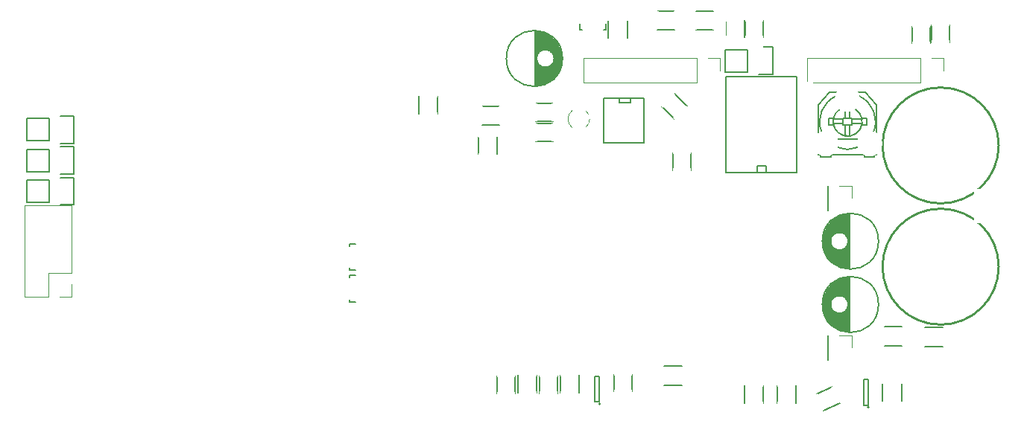
<source format=gto>
G04 #@! TF.FileFunction,Legend,Top*
%FSLAX46Y46*%
G04 Gerber Fmt 4.6, Leading zero omitted, Abs format (unit mm)*
G04 Created by KiCad (PCBNEW 4.0.4-stable) date 01/26/17 16:37:22*
%MOMM*%
%LPD*%
G01*
G04 APERTURE LIST*
%ADD10C,0.100000*%
%ADD11C,0.150000*%
%ADD12C,0.250000*%
%ADD13C,0.120000*%
%ADD14R,1.543000X0.908000*%
%ADD15R,1.300000X2.100000*%
%ADD16C,5.400000*%
%ADD17C,4.400000*%
%ADD18C,1.700000*%
%ADD19R,1.700000X1.700000*%
%ADD20R,2.429460X1.540460*%
%ADD21C,2.899360*%
%ADD22R,2.100000X1.300000*%
%ADD23C,2.900000*%
%ADD24C,6.400000*%
%ADD25R,2.432000X2.432000*%
%ADD26O,2.432000X2.432000*%
%ADD27R,1.400000X2.000000*%
%ADD28R,2.000000X1.400000*%
%ADD29R,1.200100X1.200100*%
%ADD30R,1.460000X1.050000*%
%ADD31R,2.100000X2.100000*%
%ADD32O,2.100000X2.100000*%
%ADD33C,1.400000*%
G04 APERTURE END LIST*
D10*
D11*
X89137000Y28439000D02*
X81136000Y28439000D01*
X81136000Y39361000D02*
X89137000Y39361000D01*
X81136000Y28439000D02*
X81136000Y39361000D01*
X89137000Y39361000D02*
X89137000Y28439000D01*
X84692000Y28439000D02*
X84692000Y29201000D01*
X84692000Y29201000D02*
X85708000Y29201000D01*
X85708000Y29201000D02*
X85708000Y28439000D01*
X73300000Y46815000D02*
X75300000Y46815000D01*
X75300000Y44665000D02*
X73300000Y44665000D01*
X103700000Y10775000D02*
X105700000Y10775000D01*
X105700000Y8625000D02*
X103700000Y8625000D01*
X95175000Y10251000D02*
X95175000Y16549000D01*
X95035000Y10257000D02*
X95035000Y16543000D01*
X94895000Y10270000D02*
X94895000Y12954000D01*
X94895000Y13846000D02*
X94895000Y16530000D01*
X94755000Y10289000D02*
X94755000Y12744000D01*
X94755000Y14056000D02*
X94755000Y16511000D01*
X94615000Y10315000D02*
X94615000Y12611000D01*
X94615000Y14189000D02*
X94615000Y16485000D01*
X94475000Y10347000D02*
X94475000Y12520000D01*
X94475000Y14280000D02*
X94475000Y16453000D01*
X94335000Y10386000D02*
X94335000Y12458000D01*
X94335000Y14342000D02*
X94335000Y16414000D01*
X94195000Y10432000D02*
X94195000Y12419000D01*
X94195000Y14381000D02*
X94195000Y16368000D01*
X94055000Y10485000D02*
X94055000Y12402000D01*
X94055000Y14398000D02*
X94055000Y16315000D01*
X93915000Y10547000D02*
X93915000Y12404000D01*
X93915000Y14396000D02*
X93915000Y16253000D01*
X93775000Y10617000D02*
X93775000Y12426000D01*
X93775000Y14374000D02*
X93775000Y16183000D01*
X93635000Y10696000D02*
X93635000Y12469000D01*
X93635000Y14331000D02*
X93635000Y16104000D01*
X93495000Y10784000D02*
X93495000Y12537000D01*
X93495000Y14263000D02*
X93495000Y16016000D01*
X93355000Y10884000D02*
X93355000Y12636000D01*
X93355000Y14164000D02*
X93355000Y15916000D01*
X93215000Y10996000D02*
X93215000Y12781000D01*
X93215000Y14019000D02*
X93215000Y15804000D01*
X93075000Y11121000D02*
X93075000Y13020000D01*
X93075000Y13780000D02*
X93075000Y15679000D01*
X92935000Y11264000D02*
X92935000Y15536000D01*
X92795000Y11426000D02*
X92795000Y15374000D01*
X92655000Y11614000D02*
X92655000Y15186000D01*
X92515000Y11837000D02*
X92515000Y14963000D01*
X92375000Y12113000D02*
X92375000Y14687000D01*
X92235000Y12488000D02*
X92235000Y14312000D01*
X95000000Y13400000D02*
G75*
G03X95000000Y13400000I-1000000J0D01*
G01*
X98437500Y13400000D02*
G75*
G03X98437500Y13400000I-3187500J0D01*
G01*
X94676000Y34601000D02*
X94676000Y35363000D01*
X95184000Y34601000D02*
X95184000Y35363000D01*
X94676000Y32569000D02*
G75*
G03X96581000Y33966000I254000J1651000D01*
G01*
X93279000Y34093000D02*
G75*
G03X95057000Y32569000I1651000J127000D01*
G01*
X96327000Y33331000D02*
G75*
G03X95819000Y35617000I-1397000J889000D01*
G01*
X94041000Y35617000D02*
G75*
G03X93533000Y33331000I889000J-1397000D01*
G01*
X91628000Y30410000D02*
X91628000Y30537000D01*
X91628000Y34220000D02*
X91628000Y32823000D01*
X98232000Y30410000D02*
X98232000Y30537000D01*
X98232000Y34220000D02*
X98232000Y32823000D01*
X93787000Y31299000D02*
X94168000Y31172000D01*
X94168000Y31172000D02*
X94930000Y31045000D01*
X94930000Y31045000D02*
X95692000Y31172000D01*
X95692000Y31172000D02*
X96073000Y31299000D01*
X93660000Y32188000D02*
X96200000Y32188000D01*
X97851000Y32950000D02*
G75*
G03X96200000Y37141000I-2921000J1270000D01*
G01*
X93660000Y37141000D02*
G75*
G03X92009000Y32950000I1270000J-2921000D01*
G01*
X96962000Y37522000D02*
X96073000Y37522000D01*
X93787000Y37522000D02*
X92898000Y37522000D01*
X96581000Y34601000D02*
X97089000Y34601000D01*
X97089000Y34601000D02*
X97089000Y33839000D01*
X97089000Y33839000D02*
X96581000Y33839000D01*
X93279000Y34601000D02*
X92771000Y34601000D01*
X92771000Y34601000D02*
X92771000Y33839000D01*
X92771000Y33839000D02*
X93279000Y33839000D01*
X95438000Y33966000D02*
X96581000Y33966000D01*
X95438000Y34474000D02*
X96581000Y34474000D01*
X94422000Y33966000D02*
X93279000Y33966000D01*
X94422000Y34474000D02*
X93279000Y34474000D01*
X95184000Y33839000D02*
X95184000Y32569000D01*
X94676000Y33839000D02*
X94676000Y32569000D01*
X94422000Y34601000D02*
X94422000Y33839000D01*
X94422000Y33839000D02*
X95438000Y33839000D01*
X95438000Y33839000D02*
X95438000Y34601000D01*
X95438000Y34601000D02*
X94422000Y34601000D01*
X92898000Y37522000D02*
X91628000Y36125000D01*
X91628000Y36125000D02*
X91628000Y34220000D01*
X96962000Y37522000D02*
X98232000Y36125000D01*
X98232000Y36125000D02*
X98232000Y34220000D01*
X97978000Y30410000D02*
X97978000Y30156000D01*
X97978000Y30156000D02*
X96835000Y30156000D01*
X96835000Y30156000D02*
X96835000Y30410000D01*
X91882000Y30410000D02*
X91882000Y30156000D01*
X91882000Y30156000D02*
X93025000Y30156000D01*
X93025000Y30156000D02*
X93025000Y30410000D01*
X91628000Y30410000D02*
X98232000Y30410000D01*
X83225000Y2200000D02*
X83225000Y4200000D01*
X85375000Y4200000D02*
X85375000Y2200000D01*
D12*
X112100000Y17700000D02*
G75*
G03X112100000Y17700000I-6600000J0D01*
G01*
X112100000Y31500000D02*
G75*
G03X112100000Y31500000I-6600000J0D01*
G01*
D11*
X95175000Y17451000D02*
X95175000Y23749000D01*
X95035000Y17457000D02*
X95035000Y23743000D01*
X94895000Y17470000D02*
X94895000Y20154000D01*
X94895000Y21046000D02*
X94895000Y23730000D01*
X94755000Y17489000D02*
X94755000Y19944000D01*
X94755000Y21256000D02*
X94755000Y23711000D01*
X94615000Y17515000D02*
X94615000Y19811000D01*
X94615000Y21389000D02*
X94615000Y23685000D01*
X94475000Y17547000D02*
X94475000Y19720000D01*
X94475000Y21480000D02*
X94475000Y23653000D01*
X94335000Y17586000D02*
X94335000Y19658000D01*
X94335000Y21542000D02*
X94335000Y23614000D01*
X94195000Y17632000D02*
X94195000Y19619000D01*
X94195000Y21581000D02*
X94195000Y23568000D01*
X94055000Y17685000D02*
X94055000Y19602000D01*
X94055000Y21598000D02*
X94055000Y23515000D01*
X93915000Y17747000D02*
X93915000Y19604000D01*
X93915000Y21596000D02*
X93915000Y23453000D01*
X93775000Y17817000D02*
X93775000Y19626000D01*
X93775000Y21574000D02*
X93775000Y23383000D01*
X93635000Y17896000D02*
X93635000Y19669000D01*
X93635000Y21531000D02*
X93635000Y23304000D01*
X93495000Y17984000D02*
X93495000Y19737000D01*
X93495000Y21463000D02*
X93495000Y23216000D01*
X93355000Y18084000D02*
X93355000Y19836000D01*
X93355000Y21364000D02*
X93355000Y23116000D01*
X93215000Y18196000D02*
X93215000Y19981000D01*
X93215000Y21219000D02*
X93215000Y23004000D01*
X93075000Y18321000D02*
X93075000Y20220000D01*
X93075000Y20980000D02*
X93075000Y22879000D01*
X92935000Y18464000D02*
X92935000Y22736000D01*
X92795000Y18626000D02*
X92795000Y22574000D01*
X92655000Y18814000D02*
X92655000Y22386000D01*
X92515000Y19037000D02*
X92515000Y22163000D01*
X92375000Y19313000D02*
X92375000Y21887000D01*
X92235000Y19688000D02*
X92235000Y21512000D01*
X95000000Y20600000D02*
G75*
G03X95000000Y20600000I-1000000J0D01*
G01*
X98437500Y20600000D02*
G75*
G03X98437500Y20600000I-3187500J0D01*
G01*
X59425000Y44549000D02*
X59425000Y38251000D01*
X59565000Y44543000D02*
X59565000Y38257000D01*
X59705000Y44530000D02*
X59705000Y41846000D01*
X59705000Y40954000D02*
X59705000Y38270000D01*
X59845000Y44511000D02*
X59845000Y42056000D01*
X59845000Y40744000D02*
X59845000Y38289000D01*
X59985000Y44485000D02*
X59985000Y42189000D01*
X59985000Y40611000D02*
X59985000Y38315000D01*
X60125000Y44453000D02*
X60125000Y42280000D01*
X60125000Y40520000D02*
X60125000Y38347000D01*
X60265000Y44414000D02*
X60265000Y42342000D01*
X60265000Y40458000D02*
X60265000Y38386000D01*
X60405000Y44368000D02*
X60405000Y42381000D01*
X60405000Y40419000D02*
X60405000Y38432000D01*
X60545000Y44315000D02*
X60545000Y42398000D01*
X60545000Y40402000D02*
X60545000Y38485000D01*
X60685000Y44253000D02*
X60685000Y42396000D01*
X60685000Y40404000D02*
X60685000Y38547000D01*
X60825000Y44183000D02*
X60825000Y42374000D01*
X60825000Y40426000D02*
X60825000Y38617000D01*
X60965000Y44104000D02*
X60965000Y42331000D01*
X60965000Y40469000D02*
X60965000Y38696000D01*
X61105000Y44016000D02*
X61105000Y42263000D01*
X61105000Y40537000D02*
X61105000Y38784000D01*
X61245000Y43916000D02*
X61245000Y42164000D01*
X61245000Y40636000D02*
X61245000Y38884000D01*
X61385000Y43804000D02*
X61385000Y42019000D01*
X61385000Y40781000D02*
X61385000Y38996000D01*
X61525000Y43679000D02*
X61525000Y41780000D01*
X61525000Y41020000D02*
X61525000Y39121000D01*
X61665000Y43536000D02*
X61665000Y39264000D01*
X61805000Y43374000D02*
X61805000Y39426000D01*
X61945000Y43186000D02*
X61945000Y39614000D01*
X62085000Y42963000D02*
X62085000Y39837000D01*
X62225000Y42687000D02*
X62225000Y40113000D01*
X62365000Y42312000D02*
X62365000Y40488000D01*
X61600000Y41400000D02*
G75*
G03X61600000Y41400000I-1000000J0D01*
G01*
X62537500Y41400000D02*
G75*
G03X62537500Y41400000I-3187500J0D01*
G01*
X4230000Y32030000D02*
X1690000Y32030000D01*
X7050000Y31750000D02*
X5500000Y31750000D01*
X4230000Y32030000D02*
X4230000Y34570000D01*
X5500000Y34850000D02*
X7050000Y34850000D01*
X7050000Y34850000D02*
X7050000Y31750000D01*
X4230000Y34570000D02*
X1690000Y34570000D01*
X1690000Y34570000D02*
X1690000Y32030000D01*
X4230000Y28530000D02*
X1690000Y28530000D01*
X7050000Y28250000D02*
X5500000Y28250000D01*
X4230000Y28530000D02*
X4230000Y31070000D01*
X5500000Y31350000D02*
X7050000Y31350000D01*
X7050000Y31350000D02*
X7050000Y28250000D01*
X4230000Y31070000D02*
X1690000Y31070000D01*
X1690000Y31070000D02*
X1690000Y28530000D01*
X4230000Y25030000D02*
X1690000Y25030000D01*
X7050000Y24750000D02*
X5500000Y24750000D01*
X4230000Y25030000D02*
X4230000Y27570000D01*
X5500000Y27850000D02*
X7050000Y27850000D01*
X7050000Y27850000D02*
X7050000Y24750000D01*
X4230000Y27570000D02*
X1690000Y27570000D01*
X1690000Y27570000D02*
X1690000Y25030000D01*
X83600000Y39860000D02*
X81060000Y39860000D01*
X86420000Y39580000D02*
X84870000Y39580000D01*
X83600000Y39860000D02*
X83600000Y42400000D01*
X84870000Y42680000D02*
X86420000Y42680000D01*
X86420000Y42680000D02*
X86420000Y39580000D01*
X83600000Y42400000D02*
X81060000Y42400000D01*
X81060000Y42400000D02*
X81060000Y39860000D01*
X71786000Y36840000D02*
X71786000Y31760000D01*
X71786000Y31760000D02*
X67214000Y31760000D01*
X67214000Y31760000D02*
X67214000Y36840000D01*
X67214000Y36840000D02*
X71786000Y36840000D01*
X70262000Y36840000D02*
X70262000Y36332000D01*
X70262000Y36332000D02*
X68992000Y36332000D01*
X68992000Y36332000D02*
X68992000Y36840000D01*
X59500000Y31975000D02*
X61500000Y31975000D01*
X61500000Y34025000D02*
X59500000Y34025000D01*
X59500000Y34275000D02*
X61500000Y34275000D01*
X61500000Y36325000D02*
X59500000Y36325000D01*
X73807449Y35942982D02*
X75221662Y34528769D01*
X76671231Y35978338D02*
X75257018Y37392551D01*
X83315000Y45780000D02*
X83315000Y43780000D01*
X85365000Y43780000D02*
X85365000Y45780000D01*
X59925000Y5300000D02*
X59925000Y3300000D01*
X61975000Y3300000D02*
X61975000Y5300000D01*
X55125000Y5280000D02*
X55125000Y3280000D01*
X57175000Y3280000D02*
X57175000Y5280000D01*
X68425000Y5480000D02*
X68425000Y3480000D01*
X70475000Y3480000D02*
X70475000Y5480000D01*
X92226876Y1348416D02*
X94039492Y2193653D01*
X93173124Y4051584D02*
X91360508Y3206347D01*
X77125000Y28700000D02*
X77125000Y30700000D01*
X75075000Y30700000D02*
X75075000Y28700000D01*
X106515000Y43270000D02*
X106515000Y45270000D01*
X104465000Y45270000D02*
X104465000Y43270000D01*
X104335000Y43120000D02*
X104335000Y45120000D01*
X102285000Y45120000D02*
X102285000Y43120000D01*
X64690840Y44659760D02*
X64739100Y44659760D01*
X67489820Y45360800D02*
X67489820Y44659760D01*
X67489820Y44659760D02*
X67240900Y44659760D01*
X64690840Y44659760D02*
X64490180Y44659760D01*
X64490180Y44659760D02*
X64490180Y45360800D01*
X55105000Y32500000D02*
X55105000Y30500000D01*
X52955000Y30500000D02*
X52955000Y32500000D01*
X53400000Y35975000D02*
X55400000Y35975000D01*
X55400000Y33825000D02*
X53400000Y33825000D01*
X48375000Y37100000D02*
X48375000Y35100000D01*
X46225000Y35100000D02*
X46225000Y37100000D01*
X76100000Y4225000D02*
X74100000Y4225000D01*
X74100000Y6375000D02*
X76100000Y6375000D01*
X62275000Y3380000D02*
X62275000Y5380000D01*
X64425000Y5380000D02*
X64425000Y3380000D01*
X57475000Y3380000D02*
X57475000Y5380000D01*
X59625000Y5380000D02*
X59625000Y3380000D01*
X79700000Y44635000D02*
X77700000Y44635000D01*
X77700000Y46785000D02*
X79700000Y46785000D01*
X98925000Y2400000D02*
X98925000Y4400000D01*
X101075000Y4400000D02*
X101075000Y2400000D01*
X89075000Y4200000D02*
X89075000Y2200000D01*
X86925000Y2200000D02*
X86925000Y4200000D01*
X101100000Y8725000D02*
X99100000Y8725000D01*
X99100000Y10875000D02*
X101100000Y10875000D01*
X69895000Y45710000D02*
X69895000Y43710000D01*
X67745000Y43710000D02*
X67745000Y45710000D01*
X66850000Y2080000D02*
G75*
G03X66850000Y2080000I-100000J0D01*
G01*
X66200000Y2330000D02*
X66700000Y2330000D01*
X66200000Y5230000D02*
X66200000Y2330000D01*
X66700000Y5230000D02*
X66200000Y5230000D01*
X66700000Y2330000D02*
X66700000Y5230000D01*
X38349760Y16499160D02*
X38349760Y16450900D01*
X39050800Y13700180D02*
X38349760Y13700180D01*
X38349760Y13700180D02*
X38349760Y13949100D01*
X38349760Y16499160D02*
X38349760Y16699820D01*
X38349760Y16699820D02*
X39050800Y16699820D01*
X38349760Y20099160D02*
X38349760Y20050900D01*
X39050800Y17300180D02*
X38349760Y17300180D01*
X38349760Y17300180D02*
X38349760Y17549100D01*
X38349760Y20099160D02*
X38349760Y20299820D01*
X38349760Y20299820D02*
X39050800Y20299820D01*
X97400000Y1700000D02*
G75*
G03X97400000Y1700000I-100000J0D01*
G01*
X96750000Y1950000D02*
X97250000Y1950000D01*
X96750000Y4850000D02*
X96750000Y1950000D01*
X97250000Y4850000D02*
X96750000Y4850000D01*
X97250000Y1950000D02*
X97250000Y4850000D01*
D13*
X6790000Y16950000D02*
X6790000Y24690000D01*
X6790000Y24690000D02*
X1470000Y24690000D01*
X1470000Y24690000D02*
X1470000Y14290000D01*
X1470000Y14290000D02*
X4130000Y14290000D01*
X4130000Y14290000D02*
X4130000Y16950000D01*
X4130000Y16950000D02*
X6790000Y16950000D01*
X6790000Y15680000D02*
X6790000Y14290000D01*
X6790000Y14290000D02*
X5400000Y14290000D01*
X83125000Y43800000D02*
X83125000Y45800000D01*
X81075000Y45800000D02*
X81075000Y43800000D01*
X103180000Y41440000D02*
X90360000Y41440000D01*
X90360000Y41440000D02*
X90360000Y38660000D01*
X90360000Y38660000D02*
X103180000Y38660000D01*
X103180000Y38660000D02*
X103180000Y41440000D01*
X104450000Y41440000D02*
X105840000Y41440000D01*
X105840000Y41440000D02*
X105840000Y40050000D01*
X77780000Y41440000D02*
X64960000Y41440000D01*
X64960000Y41440000D02*
X64960000Y38660000D01*
X64960000Y38660000D02*
X77780000Y38660000D01*
X77780000Y38660000D02*
X77780000Y41440000D01*
X79050000Y41440000D02*
X80440000Y41440000D01*
X80440000Y41440000D02*
X80440000Y40050000D01*
X92730000Y9890000D02*
X92610000Y9890000D01*
X92610000Y9890000D02*
X92610000Y7110000D01*
X92610000Y7110000D02*
X92730000Y7110000D01*
X92730000Y7110000D02*
X92730000Y9890000D01*
X94000000Y9890000D02*
X95390000Y9890000D01*
X95390000Y9890000D02*
X95390000Y8500000D01*
X92730000Y26890000D02*
X92610000Y26890000D01*
X92610000Y26890000D02*
X92610000Y24110000D01*
X92610000Y24110000D02*
X92730000Y24110000D01*
X92730000Y24110000D02*
X92730000Y26890000D01*
X94000000Y26890000D02*
X95390000Y26890000D01*
X95390000Y26890000D02*
X95390000Y25500000D01*
X65181814Y33551139D02*
G75*
G03X65181281Y35450700I-781814J949561D01*
G01*
X63618186Y33551139D02*
G75*
G02X63618719Y35450700I781814J949561D01*
G01*
%LPC*%
D14*
X90280000Y29455000D03*
X90280000Y30725000D03*
X90280000Y31995000D03*
X90280000Y33265000D03*
X90280000Y34535000D03*
X90280000Y35805000D03*
X90280000Y37075000D03*
X90280000Y38345000D03*
X80120000Y38345000D03*
X80120000Y37075000D03*
X80120000Y35805000D03*
X80120000Y34535000D03*
X80120000Y33265000D03*
X80120000Y31995000D03*
X80120000Y30725000D03*
X80120000Y29455000D03*
D15*
X75750000Y45740000D03*
X72850000Y45740000D03*
X106150000Y9700000D03*
X103250000Y9700000D03*
D16*
X88370000Y45060000D03*
D17*
X88370000Y45060000D03*
D18*
X94000000Y13400000D03*
D19*
X96500000Y13400000D03*
D20*
X110500000Y25803960D03*
X110500000Y23396040D03*
D21*
X94930000Y36760000D03*
X97429360Y31720640D03*
X92430640Y31720640D03*
D22*
X84300000Y4650000D03*
X84300000Y1750000D03*
D23*
X104644950Y20049232D03*
X106355050Y15350768D03*
X106556546Y33765769D03*
X104443454Y29234231D03*
D18*
X94000000Y20600000D03*
D19*
X96500000Y20600000D03*
D18*
X60600000Y41400000D03*
D19*
X58100000Y41400000D03*
D24*
X6450000Y3500000D03*
D17*
X6450000Y3500000D03*
D24*
X49450000Y3500000D03*
D17*
X49450000Y3500000D03*
D16*
X104950000Y3000000D03*
D17*
X104950000Y3000000D03*
D24*
X49450000Y44500000D03*
D17*
X49450000Y44500000D03*
D24*
X6450000Y44500000D03*
D17*
X6450000Y44500000D03*
D25*
X5500000Y33300000D03*
D26*
X2960000Y33300000D03*
D25*
X5500000Y29800000D03*
D26*
X2960000Y29800000D03*
D25*
X5500000Y26300000D03*
D26*
X2960000Y26300000D03*
D25*
X84870000Y41130000D03*
D26*
X82330000Y41130000D03*
D14*
X72675000Y36205000D03*
X72675000Y34935000D03*
X72675000Y33665000D03*
X72675000Y32395000D03*
X66325000Y32395000D03*
X66325000Y33665000D03*
X66325000Y34935000D03*
X66325000Y36205000D03*
D27*
X62000000Y33000000D03*
X59000000Y33000000D03*
X62000000Y35300000D03*
X59000000Y35300000D03*
D10*
G36*
X77502082Y35112132D02*
X76087868Y33697918D01*
X75097918Y34687868D01*
X76512132Y36102082D01*
X77502082Y35112132D01*
X77502082Y35112132D01*
G37*
G36*
X75380762Y37233452D02*
X73966548Y35819238D01*
X72976598Y36809188D01*
X74390812Y38223402D01*
X75380762Y37233452D01*
X75380762Y37233452D01*
G37*
D28*
X84340000Y43280000D03*
X84340000Y46280000D03*
X60950000Y2800000D03*
X60950000Y5800000D03*
X56150000Y2780000D03*
X56150000Y5780000D03*
X69450000Y2980000D03*
X69450000Y5980000D03*
D10*
G36*
X94271259Y4536068D02*
X95116496Y2723452D01*
X93847665Y2131786D01*
X93002428Y3944402D01*
X94271259Y4536068D01*
X94271259Y4536068D01*
G37*
G36*
X91552335Y3268214D02*
X92397572Y1455598D01*
X91128741Y863932D01*
X90283504Y2676548D01*
X91552335Y3268214D01*
X91552335Y3268214D01*
G37*
D28*
X76100000Y31200000D03*
X76100000Y28200000D03*
X105490000Y45770000D03*
X105490000Y42770000D03*
X103310000Y45620000D03*
X103310000Y42620000D03*
D29*
X66940000Y46310760D03*
X65040000Y46310760D03*
X65990000Y44311780D03*
D22*
X54030000Y30050000D03*
X54030000Y32950000D03*
D15*
X55850000Y34900000D03*
X52950000Y34900000D03*
D22*
X47300000Y34650000D03*
X47300000Y37550000D03*
D15*
X73650000Y5300000D03*
X76550000Y5300000D03*
D22*
X63350000Y5830000D03*
X63350000Y2930000D03*
X58550000Y5830000D03*
X58550000Y2930000D03*
D15*
X77250000Y45710000D03*
X80150000Y45710000D03*
D22*
X100000000Y4850000D03*
X100000000Y1950000D03*
X88000000Y1750000D03*
X88000000Y4650000D03*
D15*
X98650000Y9800000D03*
X101550000Y9800000D03*
D22*
X68820000Y43260000D03*
X68820000Y46160000D03*
D30*
X67550000Y2830000D03*
X67550000Y3780000D03*
X67550000Y4730000D03*
X65350000Y4730000D03*
X65350000Y2830000D03*
D29*
X40000760Y14250000D03*
X40000760Y16150000D03*
X38001780Y15200000D03*
X40000760Y17850000D03*
X40000760Y19750000D03*
X38001780Y18800000D03*
D30*
X98100000Y2450000D03*
X98100000Y3400000D03*
X98100000Y4350000D03*
X95900000Y4350000D03*
X95900000Y2450000D03*
D16*
X109950000Y9050000D03*
D17*
X109950000Y9050000D03*
D16*
X109950000Y40050000D03*
D17*
X109950000Y40050000D03*
D24*
X34950000Y40050000D03*
D17*
X34950000Y40050000D03*
D24*
X34950000Y9050000D03*
D17*
X34950000Y9050000D03*
D31*
X5400000Y15680000D03*
D32*
X2860000Y15680000D03*
X5400000Y18220000D03*
X2860000Y18220000D03*
X5400000Y20760000D03*
X2860000Y20760000D03*
X5400000Y23300000D03*
X2860000Y23300000D03*
D28*
X82100000Y46300000D03*
X82100000Y43300000D03*
D31*
X104450000Y40050000D03*
D32*
X101910000Y40050000D03*
X99370000Y40050000D03*
X96830000Y40050000D03*
X94290000Y40050000D03*
X91750000Y40050000D03*
D31*
X79050000Y40050000D03*
D32*
X76510000Y40050000D03*
X73970000Y40050000D03*
X71430000Y40050000D03*
X68890000Y40050000D03*
X66350000Y40050000D03*
D31*
X94000000Y8500000D03*
X94000000Y25500000D03*
D33*
X64400000Y35450700D03*
X64400000Y33550700D03*
M02*

</source>
